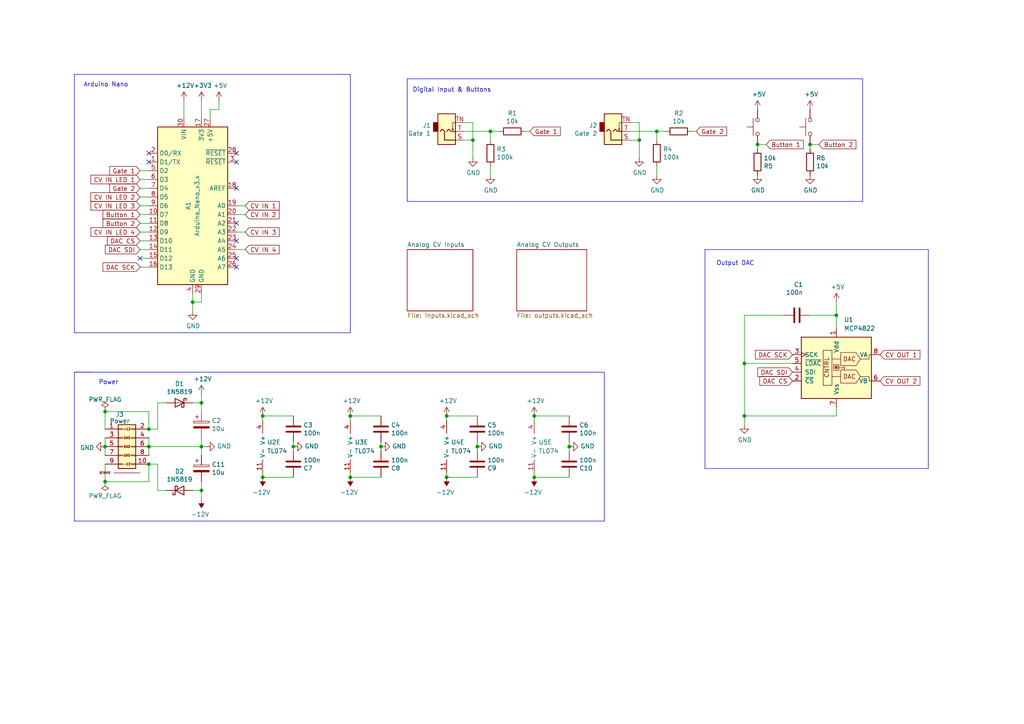
<source format=kicad_sch>
(kicad_sch (version 20231120) (generator "eeschema") (generator_version "8.0")
  (paper "A4")
  (title_block (title "Fluid") (date "2024-08-14") (rev "v0.1") (company "AWSM") (comment 1 "Adam Wonak"))
  (lib_symbols
    (symbol "Analog_DAC:MCP4822" (pin_names (offset 1.016))
      (property "Reference" "U" (at -2.54 10.795 0))
      (property "Value" "MCP4822" (at -2.54 8.89 0))
      (symbol "MCP4822_0_0"
        (polyline (pts (xy 0 -1.778) (xy 0 -0.635)))
        (polyline (pts (xy 0.381 -0.889) (xy 0.508 -0.762)))
        (polyline (pts (xy 2.286 -1.143) (xy 2.286 -1.905)))
        (polyline (pts (xy 0.381 -0.889) (xy -0.381 -0.889) (xy -0.508 -1.016)))
        (polyline (pts (xy 0.762 -1.27) (xy 2.286 -1.27) (xy 2.286 -0.762)))
        (polyline (pts (xy 0 -0.889) (xy 0.508 -1.397) (xy -0.508 -1.397) (xy 0 -0.889)))
        (polyline (pts (xy 6.985 -3.81) (xy 9.525 -3.81) (xy 9.525 -5.08) (xy 10.16 -5.08)))
        (polyline (pts (xy 6.985 1.27) (xy 9.525 1.27) (xy 9.525 2.54) (xy 10.16 2.54)))
        (rectangle (start 0.762 -0.381) (end -0.762 -2.032))
        (text "CNTRL" (at -2.032 -4.191 900) (effects (font (size 1.27 1.27)) (justify left bottom)))
        (text "DAC" (at 3.81 -3.81 0) (effects (font (size 1.27 1.27))))
        (text "DAC" (at 3.81 1.27 0) (effects (font (size 1.27 1.27))))
      )
      (symbol "MCP4822_0_1"
        (rectangle (start -10.16 7.62) (end 10.16 -10.16) (stroke (width 0.254)) (fill (type background)))
        (rectangle (start -1.27 -6.35) (end -3.81 3.81))
        (polyline (pts (xy 1.27 -3.81) (xy -1.27 -3.81)))
        (polyline (pts (xy 1.27 1.27) (xy -1.27 1.27)))
        (polyline (pts (xy 6.985 -3.81) (xy 5.715 -1.905) (xy 1.27 -1.905) (xy 1.27 -5.715) (xy 5.715 -5.715) (xy 6.985 -3.81)))
        (polyline (pts (xy 6.985 1.27) (xy 5.715 3.175) (xy 1.27 3.175) (xy 1.27 -0.635) (xy 5.715 -0.635) (xy 6.985 1.27)))
      )
      (symbol "MCP4822_1_1"
        (pin power_in line (at 0 10.16 270) (length 2.54) (name "Vdd") (number "1"))
        (pin input line (at -12.7 -5.08 0) (length 2.54) (name "~{CS}") (number "2"))
        (pin input clock (at -12.7 2.54 0) (length 2.54) (name "SCK") (number "3"))
        (pin input line (at -12.7 -2.54 0) (length 2.54) (name "SDI") (number "4"))
        (pin input line (at -12.7 0 0) (length 2.54) (name "~{LDAC}") (number "5"))
        (pin output line (at 12.7 -5.08 180) (length 2.54) (name "VB") (number "6"))
        (pin power_in line (at 0 -12.7 90) (length 2.54) (name "Vss") (number "7"))
        (pin output line (at 12.7 2.54 180) (length 2.54) (name "VA") (number "8"))
      )
    )
    (symbol "Connector:AudioJack2_SwitchT"
      (property "Reference" "J" (at 0 8.89 0))
      (property "Value" "AudioJack2_SwitchT" (at 0 6.35 0))
      (symbol "AudioJack2_SwitchT_0_1"
        (rectangle (start -2.54 0) (end -3.81 -2.54) (stroke (width 0.254)) (fill (type outline)))
        (polyline (pts (xy 1.778 -0.254) (xy 2.032 -0.762)))
        (polyline (pts (xy 0 0) (xy 0.635 -0.635) (xy 1.27 0) (xy 2.54 0)) (stroke (width 0.254)))
        (polyline (pts (xy 2.54 -2.54) (xy 1.778 -2.54) (xy 1.778 -0.254) (xy 1.524 -0.762)))
        (polyline (pts (xy 2.54 2.54) (xy -0.635 2.54) (xy -0.635 0) (xy -1.27 -0.635) (xy -1.905 0)) (stroke (width 0.254)))
        (rectangle (start 2.54 3.81) (end -2.54 -5.08) (stroke (width 0.254)) (fill (type background)))
      )
      (symbol "AudioJack2_SwitchT_1_1"
        (pin passive line (at 5.08 2.54 180) (length 2.54) (name "~") (number "S"))
        (pin passive line (at 5.08 0 180) (length 2.54) (name "~") (number "T"))
        (pin passive line (at 5.08 -2.54 180) (length 2.54) (name "~") (number "TN"))
      )
    )
    (symbol "Device:C" (pin_numbers hide) (pin_names (offset 0.254))
      (property "Reference" "C" (at 0.635 2.54 0))
      (property "Value" "C" (at 0.635 -2.54 0))
      (symbol "C_0_1"
        (polyline (pts (xy -2.032 -0.762) (xy 2.032 -0.762)) (stroke (width 0.508)))
        (polyline (pts (xy -2.032 0.762) (xy 2.032 0.762)) (stroke (width 0.508)))
      )
      (symbol "C_1_1"
        (pin passive line (at 0 3.81 270) (length 2.794) (name "~") (number "1"))
        (pin passive line (at 0 -3.81 90) (length 2.794) (name "~") (number "2"))
      )
    )
    (symbol "Device:C_Polarized" (pin_numbers hide) (pin_names (offset 0.254))
      (property "Reference" "C" (at 0.635 2.54 0))
      (property "Value" "C_Polarized" (at 0.635 -2.54 0))
      (symbol "C_Polarized_0_1"
        (rectangle (start -2.286 0.508) (end 2.286 1.016))
        (polyline (pts (xy -1.778 2.286) (xy -0.762 2.286)))
        (polyline (pts (xy -1.27 2.794) (xy -1.27 1.778)))
        (rectangle (start 2.286 -0.508) (end -2.286 -1.016) (fill (type outline)))
      )
      (symbol "C_Polarized_1_1"
        (pin passive line (at 0 3.81 270) (length 2.794) (name "~") (number "1"))
        (pin passive line (at 0 -3.81 90) (length 2.794) (name "~") (number "2"))
      )
    )
    (symbol "Device:Opamp_Quad"
      (property "Reference" "U" (at 0 5.08 0))
      (property "Value" "Opamp_Quad" (at 0 -5.08 0))
      (symbol "Opamp_Quad_1_1"
        (polyline (pts (xy -5.08 5.08) (xy 5.08 0) (xy -5.08 -5.08) (xy -5.08 5.08)) (stroke (width 0.254)) (fill (type background)))
        (pin output line (at 7.62 0 180) (length 2.54) (name "~") (number "1"))
        (pin input line (at -7.62 -2.54 0) (length 2.54) (name "-") (number "2"))
        (pin input line (at -7.62 2.54 0) (length 2.54) (name "+") (number "3"))
      )
      (symbol "Opamp_Quad_2_1"
        (polyline (pts (xy -5.08 5.08) (xy 5.08 0) (xy -5.08 -5.08) (xy -5.08 5.08)) (stroke (width 0.254)) (fill (type background)))
        (pin input line (at -7.62 2.54 0) (length 2.54) (name "+") (number "5"))
        (pin input line (at -7.62 -2.54 0) (length 2.54) (name "-") (number "6"))
        (pin output line (at 7.62 0 180) (length 2.54) (name "~") (number "7"))
      )
      (symbol "Opamp_Quad_3_1"
        (polyline (pts (xy -5.08 5.08) (xy 5.08 0) (xy -5.08 -5.08) (xy -5.08 5.08)) (stroke (width 0.254)) (fill (type background)))
        (pin input line (at -7.62 2.54 0) (length 2.54) (name "+") (number "10"))
        (pin output line (at 7.62 0 180) (length 2.54) (name "~") (number "8"))
        (pin input line (at -7.62 -2.54 0) (length 2.54) (name "-") (number "9"))
      )
      (symbol "Opamp_Quad_4_1"
        (polyline (pts (xy -5.08 5.08) (xy 5.08 0) (xy -5.08 -5.08) (xy -5.08 5.08)) (stroke (width 0.254)) (fill (type background)))
        (pin input line (at -7.62 2.54 0) (length 2.54) (name "+") (number "12"))
        (pin input line (at -7.62 -2.54 0) (length 2.54) (name "-") (number "13"))
        (pin output line (at 7.62 0 180) (length 2.54) (name "~") (number "14"))
      )
      (symbol "Opamp_Quad_5_1"
        (pin power_in line (at -2.54 -7.62 90) (length 3.81) (name "V-") (number "11"))
        (pin power_in line (at -2.54 7.62 270) (length 3.81) (name "V+") (number "4"))
      )
    )
    (symbol "Device:R" (pin_numbers hide) (pin_names (offset 0))
      (property "Reference" "R" (at 2.032 0 90))
      (property "Value" "R" (at 0 0 90))
      (symbol "R_0_1"
        (rectangle (start -1.016 -2.54) (end 1.016 2.54) (stroke (width 0.254)))
      )
      (symbol "R_1_1"
        (pin passive line (at 0 3.81 270) (length 1.27) (name "~") (number "1"))
        (pin passive line (at 0 -3.81 90) (length 1.27) (name "~") (number "2"))
      )
    )
    (symbol "Diode:1N5817" (pin_numbers hide) (pin_names (offset 1.016) hide)
      (property "Reference" "D" (at 0 2.54 0))
      (property "Value" "1N5817" (at 0 -2.54 0))
      (symbol "1N5817_0_1"
        (polyline (pts (xy 1.27 0) (xy -1.27 0)))
        (polyline (pts (xy 1.27 1.27) (xy 1.27 -1.27) (xy -1.27 0) (xy 1.27 1.27)) (stroke (width 0.254)))
        (polyline (pts (xy -1.905 0.635) (xy -1.905 1.27) (xy -1.27 1.27) (xy -1.27 -1.27) (xy -0.635 -1.27) (xy -0.635 -0.635)) (stroke (width 0.254)))
      )
      (symbol "1N5817_1_1"
        (pin passive line (at -3.81 0 0) (length 2.54) (name "K") (number "1"))
        (pin passive line (at 3.81 0 180) (length 2.54) (name "A") (number "2"))
      )
    )
    (symbol "MCU_Module:Arduino_Nano_v3.x"
      (property "Reference" "A" (at -10.16 23.495 0))
      (property "Value" "Arduino_Nano_v3.x" (at 5.08 -24.13 0))
      (symbol "Arduino_Nano_v3.x_0_1"
        (rectangle (start -10.16 22.86) (end 10.16 -22.86) (stroke (width 0.254)) (fill (type background)))
      )
      (symbol "Arduino_Nano_v3.x_1_1"
        (pin bidirectional line (at -12.7 12.7 0) (length 2.54) (name "D1/TX") (number "1"))
        (pin bidirectional line (at -12.7 -2.54 0) (length 2.54) (name "D7") (number "10"))
        (pin bidirectional line (at -12.7 -5.08 0) (length 2.54) (name "D8") (number "11"))
        (pin bidirectional line (at -12.7 -7.62 0) (length 2.54) (name "D9") (number "12"))
        (pin bidirectional line (at -12.7 -10.16 0) (length 2.54) (name "D10") (number "13"))
        (pin bidirectional line (at -12.7 -12.7 0) (length 2.54) (name "D11") (number "14"))
        (pin bidirectional line (at -12.7 -15.24 0) (length 2.54) (name "D12") (number "15"))
        (pin bidirectional line (at -12.7 -17.78 0) (length 2.54) (name "D13") (number "16"))
        (pin power_out line (at 2.54 25.4 270) (length 2.54) (name "3V3") (number "17"))
        (pin input line (at 12.7 5.08 180) (length 2.54) (name "AREF") (number "18"))
        (pin bidirectional line (at 12.7 0 180) (length 2.54) (name "A0") (number "19"))
        (pin bidirectional line (at -12.7 15.24 0) (length 2.54) (name "D0/RX") (number "2"))
        (pin bidirectional line (at 12.7 -2.54 180) (length 2.54) (name "A1") (number "20"))
        (pin bidirectional line (at 12.7 -5.08 180) (length 2.54) (name "A2") (number "21"))
        (pin bidirectional line (at 12.7 -7.62 180) (length 2.54) (name "A3") (number "22"))
        (pin bidirectional line (at 12.7 -10.16 180) (length 2.54) (name "A4") (number "23"))
        (pin bidirectional line (at 12.7 -12.7 180) (length 2.54) (name "A5") (number "24"))
        (pin bidirectional line (at 12.7 -15.24 180) (length 2.54) (name "A6") (number "25"))
        (pin bidirectional line (at 12.7 -17.78 180) (length 2.54) (name "A7") (number "26"))
        (pin power_out line (at 5.08 25.4 270) (length 2.54) (name "+5V") (number "27"))
        (pin input line (at 12.7 15.24 180) (length 2.54) (name "~{RESET}") (number "28"))
        (pin power_in line (at 2.54 -25.4 90) (length 2.54) (name "GND") (number "29"))
        (pin input line (at 12.7 12.7 180) (length 2.54) (name "~{RESET}") (number "3"))
        (pin power_in line (at -2.54 25.4 270) (length 2.54) (name "VIN") (number "30"))
        (pin power_in line (at 0 -25.4 90) (length 2.54) (name "GND") (number "4"))
        (pin bidirectional line (at -12.7 10.16 0) (length 2.54) (name "D2") (number "5"))
        (pin bidirectional line (at -12.7 7.62 0) (length 2.54) (name "D3") (number "6"))
        (pin bidirectional line (at -12.7 5.08 0) (length 2.54) (name "D4") (number "7"))
        (pin bidirectional line (at -12.7 2.54 0) (length 2.54) (name "D5") (number "8"))
        (pin bidirectional line (at -12.7 0 0) (length 2.54) (name "D6") (number "9"))
      )
    )
    (symbol "PCM_4ms_Connector:Eurorack_Power_10pin_Unshrouded" (pin_names (offset 0.0254) hide)
      (property "Reference" "J" (at 0 3.81 0))
      (property "Value" "Eurorack_Power_10pin_Unshrouded" (at 0 6.35 0))
      (symbol "Eurorack_Power_10pin_Unshrouded_0_0"
        (text "+12" (at 0 1.27 0) (effects (font (size 0.635 0.635))))
        (text "-12" (at 0 -8.89 0) (effects (font (size 0.635 0.635))))
        (text "GND" (at 0 -6.35 0) (effects (font (size 0.635 0.635))))
        (text "GND" (at 0 -3.81 0) (effects (font (size 0.635 0.635))))
        (text "GND" (at 0 -1.27 0) (effects (font (size 0.635 0.635))))
        (text "STRIPE" (at -6.35 -11.43 0) (effects (font (size 0.635 0.635))))
      )
      (symbol "Eurorack_Power_10pin_Unshrouded_0_1"
        (rectangle (start -2.54 -10.16) (end 2.54 2.54) (stroke (width 0.254)) (fill (type background)))
        (rectangle (start -2.54 -8.763) (end -1.27 -9.017))
        (rectangle (start -2.54 -6.223) (end -1.27 -6.477))
        (rectangle (start -2.54 -3.683) (end -1.27 -3.937))
        (rectangle (start -2.54 -1.143) (end -1.27 -1.397))
        (rectangle (start -2.54 1.397) (end -1.27 1.143))
        (polyline (pts (xy -3.81 -11.43) (xy 3.81 -11.43) (xy 1.27 -11.43)))
        (rectangle (start 1.27 -8.763) (end 2.54 -9.017))
        (rectangle (start 1.27 -6.223) (end 2.54 -6.477))
        (rectangle (start 1.27 -3.683) (end 2.54 -3.937))
        (rectangle (start 1.27 -1.143) (end 2.54 -1.397))
        (rectangle (start 1.27 1.397) (end 2.54 1.143))
      )
      (symbol "Eurorack_Power_10pin_Unshrouded_1_1"
        (pin passive line (at -6.35 1.27 0) (length 3.81) (name "+12V") (number "1"))
        (pin passive line (at 6.35 -8.89 180) (length 3.81) (name "-12V") (number "10"))
        (pin passive line (at 6.35 1.27 180) (length 3.81) (name "+12V") (number "2"))
        (pin passive line (at -6.35 -1.27 0) (length 3.81) (name "GND") (number "3"))
        (pin passive line (at 6.35 -1.27 180) (length 3.81) (name "GND") (number "4"))
        (pin passive line (at -6.35 -3.81 0) (length 3.81) (name "GND") (number "5"))
        (pin passive line (at 6.35 -3.81 180) (length 3.81) (name "GND") (number "6"))
        (pin passive line (at -6.35 -6.35 0) (length 3.81) (name "GND") (number "7"))
        (pin passive line (at 6.35 -6.35 180) (length 3.81) (name "GND") (number "8"))
        (pin passive line (at -6.35 -8.89 0) (length 3.81) (name "-12V") (number "9"))
      )
    )
    (symbol "PCM_4ms_Power-symbol:GND" (power) (pin_names (offset 0))
      (property "Value" "GND" (at 0 -3.81 0))
      (symbol "GND_0_1"
        (polyline (pts (xy 0 0) (xy 0 -1.27) (xy 1.27 -1.27) (xy 0 -2.54) (xy -1.27 -1.27) (xy 0 -1.27)))
      )
      (symbol "GND_1_1"
        (pin power_in line (at 0 0 270) (length 0) hide (name "GND") (number "1"))
      )
    )
    (symbol "Switch:SW_Push" (pin_numbers hide) (pin_names (offset 1.016) hide)
      (property "Reference" "SW" (at 1.27 2.54 0))
      (property "Value" "SW_Push" (at 0 -1.524 0))
      (symbol "SW_Push_0_1"
        (circle (center -2.032 0) (radius 0.508))
        (polyline (pts (xy 0 1.27) (xy 0 3.048)))
        (polyline (pts (xy 2.54 1.27) (xy -2.54 1.27)))
        (circle (center 2.032 0) (radius 0.508))
        (pin passive line (at -5.08 0 0) (length 2.54) (name "1") (number "1"))
        (pin passive line (at 5.08 0 180) (length 2.54) (name "2") (number "2"))
      )
    )
    (symbol "power:+12V" (power) (pin_names (offset 0))
      (property "Value" "+12V" (at 0 3.556 0))
      (symbol "+12V_0_1"
        (polyline (pts (xy -0.762 1.27) (xy 0 2.54)))
        (polyline (pts (xy 0 0) (xy 0 2.54)))
        (polyline (pts (xy 0 2.54) (xy 0.762 1.27)))
      )
      (symbol "+12V_1_1"
        (pin power_in line (at 0 0 90) (length 0) hide (name "+12V") (number "1"))
      )
    )
    (symbol "power:+3.3V" (power) (pin_names (offset 0))
      (property "Value" "+3.3V" (at 0 3.556 0))
      (symbol "+3.3V_0_1"
        (polyline (pts (xy -0.762 1.27) (xy 0 2.54)))
        (polyline (pts (xy 0 0) (xy 0 2.54)))
        (polyline (pts (xy 0 2.54) (xy 0.762 1.27)))
      )
      (symbol "+3.3V_1_1"
        (pin power_in line (at 0 0 90) (length 0) hide (name "+3V3") (number "1"))
      )
    )
    (symbol "power:+5V" (power) (pin_names (offset 0))
      (property "Value" "+5V" (at 0 3.556 0))
      (symbol "+5V_0_1"
        (polyline (pts (xy -0.762 1.27) (xy 0 2.54)))
        (polyline (pts (xy 0 0) (xy 0 2.54)))
        (polyline (pts (xy 0 2.54) (xy 0.762 1.27)))
      )
      (symbol "+5V_1_1"
        (pin power_in line (at 0 0 90) (length 0) hide (name "+5V") (number "1"))
      )
    )
    (symbol "power:-12V" (power) (pin_names (offset 0))
      (property "Value" "-12V" (at 0 3.81 0))
      (symbol "-12V_0_0"
        (pin power_in line (at 0 0 90) (length 0) hide (name "-12V") (number "1"))
      )
      (symbol "-12V_0_1"
        (polyline (pts (xy 0 0) (xy 0 1.27) (xy 0.762 1.27) (xy 0 2.54) (xy -0.762 1.27) (xy 0 1.27)) (fill (type outline)))
      )
    )
    (symbol "power:GND" (power) (pin_names (offset 0))
      (property "Value" "GND" (at 0 -3.81 0))
      (symbol "GND_0_1"
        (polyline (pts (xy 0 0) (xy 0 -1.27) (xy 1.27 -1.27) (xy 0 -2.54) (xy -1.27 -1.27) (xy 0 -1.27)))
      )
      (symbol "GND_1_1"
        (pin power_in line (at 0 0 270) (length 0) hide (name "GND") (number "1"))
      )
    )
    (symbol "power:PWR_FLAG" (power) (pin_numbers hide) (pin_names (offset 0) hide)
      (property "Value" "PWR_FLAG" (at 0 3.81 0))
      (symbol "PWR_FLAG_0_0"
        (pin power_out line (at 0 0 90) (length 0) (name "pwr") (number "1"))
      )
      (symbol "PWR_FLAG_0_1"
        (polyline (pts (xy 0 0) (xy 0 1.27) (xy -1.016 1.905) (xy 0 2.54) (xy 1.016 1.905) (xy 0 1.27)))
      )
    )
  )
  (junction (at 142.24 38.1))
  (junction (at 30.48 119.38))
  (junction (at 190.5 38.1))
  (junction (at 76.2 138.43))
  (junction (at 30.48 129.54))
  (junction (at 138.43 129.54))
  (junction (at 85.09 129.54))
  (junction (at 234.95 41.91))
  (junction (at 43.18 124.46))
  (junction (at 165.1 129.54))
  (junction (at 154.94 138.43))
  (junction (at 129.54 138.43))
  (junction (at 55.88 87.63))
  (junction (at 110.49 129.54))
  (junction (at 185.42 40.64))
  (junction (at 58.42 116.84))
  (junction (at 215.9 120.65))
  (junction (at 101.6 138.43))
  (junction (at 58.42 129.54))
  (junction (at 101.6 120.65))
  (junction (at 43.18 129.54))
  (junction (at 129.54 120.65))
  (junction (at 219.71 41.91))
  (junction (at 30.48 139.7))
  (junction (at 76.2 120.65))
  (junction (at 43.18 134.62))
  (junction (at 154.94 120.65))
  (junction (at 242.57 91.44))
  (junction (at 58.42 142.24))
  (junction (at 137.16 40.64))
  (junction (at 215.9 105.41))
  (no_connect (at 68.58 74.93))
  (no_connect (at 68.58 69.85))
  (no_connect (at 43.18 46.99))
  (no_connect (at 68.58 46.99))
  (no_connect (at 68.58 64.77))
  (no_connect (at 68.58 44.45))
  (no_connect (at 40.64 74.93))
  (no_connect (at 43.18 44.45))
  (no_connect (at 68.58 54.61))
  (no_connect (at 68.58 77.47))
  (wire (pts (xy 40.64 54.61) (xy 43.18 54.61)))
  (wire (pts (xy 58.42 34.29) (xy 58.42 29.21)))
  (wire (pts (xy 40.64 64.77) (xy 43.18 64.77)))
  (wire (pts (xy 58.42 129.54) (xy 58.42 132.08)))
  (wire (pts (xy 165.1 130.81) (xy 165.1 129.54)))
  (polyline (pts (xy 118.11 22.86) (xy 118.11 58.42)))
  (wire (pts (xy 110.49 128.27) (xy 110.49 129.54)))
  (polyline (pts (xy 175.26 107.95) (xy 21.59 107.95)))
  (polyline (pts (xy 269.24 72.39) (xy 269.24 135.89)))
  (wire (pts (xy 190.5 38.1) (xy 190.5 40.64)))
  (polyline (pts (xy 101.6 21.59) (xy 101.6 96.52)))
  (polyline (pts (xy 250.19 58.42) (xy 250.19 22.86)))
  (wire (pts (xy 55.88 87.63) (xy 58.42 87.63)))
  (polyline (pts (xy 101.6 96.52) (xy 21.59 96.52)))
  (wire (pts (xy 85.09 129.54) (xy 85.09 130.81)))
  (wire (pts (xy 45.72 134.62) (xy 43.18 134.62)))
  (wire (pts (xy 201.93 38.1) (xy 200.66 38.1)))
  (wire (pts (xy 215.9 105.41) (xy 229.87 105.41)))
  (wire (pts (xy 45.72 116.84) (xy 48.26 116.84)))
  (wire (pts (xy 234.95 91.44) (xy 242.57 91.44)))
  (wire (pts (xy 153.67 38.1) (xy 152.4 38.1)))
  (wire (pts (xy 43.18 124.46) (xy 45.72 124.46)))
  (wire (pts (xy 58.42 114.3) (xy 58.42 116.84)))
  (wire (pts (xy 242.57 120.65) (xy 242.57 118.11)))
  (wire (pts (xy 227.33 91.44) (xy 215.9 91.44)))
  (wire (pts (xy 43.18 134.62) (xy 43.18 139.7)))
  (wire (pts (xy 142.24 38.1) (xy 142.24 40.64)))
  (wire (pts (xy 101.6 120.65) (xy 101.6 121.92)))
  (wire (pts (xy 30.48 124.46) (xy 30.48 119.38)))
  (wire (pts (xy 129.54 138.43) (xy 129.54 137.16)))
  (wire (pts (xy 43.18 129.54) (xy 43.18 127)))
  (wire (pts (xy 30.48 119.38) (xy 43.18 119.38)))
  (wire (pts (xy 53.34 34.29) (xy 53.34 29.21)))
  (polyline (pts (xy 21.59 21.59) (xy 101.6 21.59)))
  (wire (pts (xy 85.09 128.27) (xy 85.09 129.54)))
  (polyline (pts (xy 21.59 21.59) (xy 21.59 96.52)))
  (wire (pts (xy 134.62 40.64) (xy 137.16 40.64)))
  (wire (pts (xy 40.64 52.07) (xy 43.18 52.07)))
  (wire (pts (xy 30.48 129.54) (xy 30.48 132.08)))
  (wire (pts (xy 142.24 48.26) (xy 142.24 50.8)))
  (wire (pts (xy 138.43 129.54) (xy 138.43 130.81)))
  (wire (pts (xy 40.64 57.15) (xy 43.18 57.15)))
  (wire (pts (xy 234.95 41.91) (xy 237.49 41.91)))
  (wire (pts (xy 234.95 43.18) (xy 234.95 41.91)))
  (wire (pts (xy 137.16 40.64) (xy 137.16 45.72)))
  (wire (pts (xy 182.88 38.1) (xy 190.5 38.1)))
  (wire (pts (xy 30.48 127) (xy 30.48 129.54)))
  (wire (pts (xy 190.5 48.26) (xy 190.5 50.8)))
  (wire (pts (xy 58.42 87.63) (xy 58.42 85.09)))
  (wire (pts (xy 40.64 59.69) (xy 43.18 59.69)))
  (wire (pts (xy 215.9 105.41) (xy 215.9 120.65)))
  (wire (pts (xy 63.5 31.75) (xy 63.5 29.21)))
  (wire (pts (xy 68.58 67.31) (xy 71.12 67.31)))
  (wire (pts (xy 68.58 62.23) (xy 71.12 62.23)))
  (wire (pts (xy 40.64 77.47) (xy 43.18 77.47)))
  (wire (pts (xy 129.54 120.65) (xy 129.54 121.92)))
  (polyline (pts (xy 269.24 135.89) (xy 204.47 135.89)))
  (wire (pts (xy 76.2 137.16) (xy 76.2 138.43)))
  (wire (pts (xy 185.42 40.64) (xy 182.88 40.64)))
  (wire (pts (xy 68.58 59.69) (xy 71.12 59.69)))
  (wire (pts (xy 40.64 62.23) (xy 43.18 62.23)))
  (wire (pts (xy 110.49 138.43) (xy 101.6 138.43)))
  (wire (pts (xy 40.64 67.31) (xy 43.18 67.31)))
  (wire (pts (xy 58.42 129.54) (xy 59.69 129.54)))
  (wire (pts (xy 85.09 138.43) (xy 76.2 138.43)))
  (wire (pts (xy 154.94 120.65) (xy 165.1 120.65)))
  (wire (pts (xy 185.42 35.56) (xy 185.42 40.64)))
  (polyline (pts (xy 21.59 107.95) (xy 21.59 151.13)))
  (wire (pts (xy 30.48 134.62) (xy 30.48 139.7)))
  (wire (pts (xy 154.94 120.65) (xy 154.94 121.92)))
  (wire (pts (xy 142.24 38.1) (xy 144.78 38.1)))
  (wire (pts (xy 242.57 91.44) (xy 242.57 95.25)))
  (wire (pts (xy 43.18 132.08) (xy 43.18 129.54)))
  (wire (pts (xy 58.42 142.24) (xy 58.42 139.7)))
  (wire (pts (xy 40.64 72.39) (xy 43.18 72.39)))
  (wire (pts (xy 154.94 138.43) (xy 154.94 137.16)))
  (wire (pts (xy 215.9 120.65) (xy 242.57 120.65)))
  (wire (pts (xy 154.94 138.43) (xy 165.1 138.43)))
  (wire (pts (xy 40.64 69.85) (xy 43.18 69.85)))
  (polyline (pts (xy 21.59 151.13) (xy 175.26 151.13)))
  (wire (pts (xy 45.72 124.46) (xy 45.72 116.84)))
  (wire (pts (xy 138.43 120.65) (xy 129.54 120.65)))
  (wire (pts (xy 43.18 119.38) (xy 43.18 124.46)))
  (wire (pts (xy 110.49 120.65) (xy 101.6 120.65)))
  (wire (pts (xy 185.42 35.56) (xy 182.88 35.56)))
  (wire (pts (xy 215.9 123.19) (xy 215.9 120.65)))
  (polyline (pts (xy 250.19 22.86) (xy 118.11 22.86)))
  (wire (pts (xy 43.18 74.93) (xy 40.64 74.93)))
  (wire (pts (xy 55.88 85.09) (xy 55.88 87.63)))
  (polyline (pts (xy 21.59 107.95) (xy 26.67 107.95)))
  (wire (pts (xy 55.88 116.84) (xy 58.42 116.84)))
  (wire (pts (xy 134.62 38.1) (xy 142.24 38.1)))
  (wire (pts (xy 242.57 87.63) (xy 242.57 91.44)))
  (wire (pts (xy 68.58 72.39) (xy 71.12 72.39)))
  (polyline (pts (xy 175.26 151.13) (xy 175.26 107.95)))
  (wire (pts (xy 193.04 38.1) (xy 190.5 38.1)))
  (wire (pts (xy 30.48 139.7) (xy 43.18 139.7)))
  (wire (pts (xy 134.62 35.56) (xy 137.16 35.56)))
  (wire (pts (xy 138.43 138.43) (xy 129.54 138.43)))
  (wire (pts (xy 138.43 128.27) (xy 138.43 129.54)))
  (wire (pts (xy 48.26 142.24) (xy 45.72 142.24)))
  (wire (pts (xy 76.2 120.65) (xy 76.2 121.92)))
  (wire (pts (xy 60.96 31.75) (xy 63.5 31.75)))
  (wire (pts (xy 222.25 41.91) (xy 219.71 41.91)))
  (wire (pts (xy 85.09 120.65) (xy 76.2 120.65)))
  (wire (pts (xy 58.42 127) (xy 58.42 129.54)))
  (polyline (pts (xy 204.47 72.39) (xy 204.47 135.89)))
  (wire (pts (xy 165.1 129.54) (xy 165.1 128.27)))
  (wire (pts (xy 58.42 142.24) (xy 58.42 144.78)))
  (wire (pts (xy 137.16 35.56) (xy 137.16 40.64)))
  (wire (pts (xy 110.49 129.54) (xy 110.49 130.81)))
  (wire (pts (xy 43.18 129.54) (xy 58.42 129.54)))
  (wire (pts (xy 58.42 116.84) (xy 58.42 119.38)))
  (wire (pts (xy 101.6 137.16) (xy 101.6 138.43)))
  (wire (pts (xy 185.42 40.64) (xy 185.42 45.72)))
  (wire (pts (xy 55.88 142.24) (xy 58.42 142.24)))
  (wire (pts (xy 60.96 34.29) (xy 60.96 31.75)))
  (wire (pts (xy 45.72 142.24) (xy 45.72 134.62)))
  (wire (pts (xy 55.88 87.63) (xy 55.88 90.17)))
  (wire (pts (xy 215.9 91.44) (xy 215.9 105.41)))
  (wire (pts (xy 40.64 49.53) (xy 43.18 49.53)))
  (polyline (pts (xy 204.47 72.39) (xy 269.24 72.39)))
  (polyline (pts (xy 118.11 58.42) (xy 250.19 58.42)))
  (wire (pts (xy 219.71 41.91) (xy 219.71 43.18)))
  (text "Arduino Nano\n" (at 30.734 24.638 0) (effects (font (size 1.27 1.27))))
  (text "Output DAC" (at 207.772 76.454 0) (effects (font (size 1.27 1.27)) (justify left)))
  (text "Power" (at 31.496 110.998 0) (effects (font (size 1.27 1.27))))
  (text "Digital Input & Buttons" (at 131.064 26.162 0) (effects (font (size 1.27 1.27))))
  (global_label "DAC SDI" (shape input) (at 229.87 107.95 180) (property "Intersheetrefs" "${INTERSHEET_REFS}" (effects (hide yes))))
  (global_label "Gate 2" (shape input) (at 40.64 54.61 180) (property "Intersheetrefs" "${INTERSHEET_REFS}" (effects (hide yes))))
  (global_label "CV OUT 2" (shape input) (at 255.27 110.49 0) (property "Intersheetrefs" "${INTERSHEET_REFS}" (effects (hide yes))))
  (global_label "Button 1" (shape input) (at 40.64 62.23 180) (property "Intersheetrefs" "${INTERSHEET_REFS}" (effects (hide yes))))
  (global_label "CV IN LED 2" (shape input) (at 40.64 57.15 180) (property "Intersheetrefs" "${INTERSHEET_REFS}" (effects (hide yes))))
  (global_label "DAC SDI" (shape input) (at 40.64 72.39 180) (property "Intersheetrefs" "${INTERSHEET_REFS}" (effects (hide yes))))
  (global_label "DAC SCK" (shape input) (at 40.64 77.47 180) (property "Intersheetrefs" "${INTERSHEET_REFS}" (effects (hide yes))))
  (global_label "Gate 1" (shape input) (at 40.64 49.53 180) (property "Intersheetrefs" "${INTERSHEET_REFS}" (effects (hide yes))))
  (global_label "CV IN 4" (shape input) (at 71.12 72.39 0) (property "Intersheetrefs" "${INTERSHEET_REFS}" (effects (hide yes))))
  (global_label "CV IN LED 4" (shape input) (at 40.64 67.31 180) (property "Intersheetrefs" "${INTERSHEET_REFS}" (effects (hide yes))))
  (global_label "Gate 2" (shape input) (at 201.93 38.1 0) (property "Intersheetrefs" "${INTERSHEET_REFS}" (effects (hide yes))))
  (global_label "Button 2" (shape input) (at 40.64 64.77 180) (property "Intersheetrefs" "${INTERSHEET_REFS}" (effects (hide yes))))
  (global_label "CV IN LED 1" (shape input) (at 40.64 52.07 180) (property "Intersheetrefs" "${INTERSHEET_REFS}" (effects (hide yes))))
  (global_label "Button 1" (shape input) (at 222.25 41.91 0) (property "Intersheetrefs" "${INTERSHEET_REFS}" (effects (hide yes))))
  (global_label "Gate 1" (shape input) (at 153.67 38.1 0) (property "Intersheetrefs" "${INTERSHEET_REFS}" (effects (hide yes))))
  (global_label "CV IN LED 3" (shape input) (at 40.64 59.69 180) (property "Intersheetrefs" "${INTERSHEET_REFS}" (effects (hide yes))))
  (global_label "CV IN 3" (shape input) (at 71.12 67.31 0) (property "Intersheetrefs" "${INTERSHEET_REFS}" (effects (hide yes))))
  (global_label "CV IN 2" (shape input) (at 71.12 62.23 0) (property "Intersheetrefs" "${INTERSHEET_REFS}" (effects (hide yes))))
  (global_label "DAC CS" (shape input) (at 229.87 110.49 180) (property "Intersheetrefs" "${INTERSHEET_REFS}" (effects (hide yes))))
  (global_label "CV OUT 1" (shape input) (at 255.27 102.87 0) (property "Intersheetrefs" "${INTERSHEET_REFS}" (effects (hide yes))))
  (global_label "CV IN 1" (shape input) (at 71.12 59.69 0) (property "Intersheetrefs" "${INTERSHEET_REFS}" (effects (hide yes))))
  (global_label "Button 2" (shape input) (at 237.49 41.91 0) (property "Intersheetrefs" "${INTERSHEET_REFS}" (effects (hide yes))))
  (global_label "DAC CS" (shape input) (at 40.64 69.85 180) (property "Intersheetrefs" "${INTERSHEET_REFS}" (effects (hide yes))))
  (global_label "DAC SCK" (shape input) (at 229.87 102.87 180) (property "Intersheetrefs" "${INTERSHEET_REFS}" (effects (hide yes))))
  (symbol (lib_id "power:GND") (at 190.5 50.8 0) (unit 1)
    (property "Reference" "#PWR09" (effects (hide yes)))
    (property "Value" "GND" (at 190.627 55.1942 0))
  )
  (symbol (lib_id "Device:C") (at 165.1 134.62 0) (mirror y) (unit 1)
    (property "Reference" "C10" (at 168.021 135.7884 0) (effects (justify right)))
    (property "Value" "100n" (at 168.021 133.477 0) (effects (justify right)))
    (property "Footprint" "Capacitor_SMD:C_0402_1005Metric" (effects (hide yes)))
    (property "LCSC" "C1525" (effects (hide yes)))
  )
  (symbol (lib_id "power:+5V") (at 234.95 31.75 0) (unit 1)
    (property "Reference" "#PWR05" (effects (hide yes)))
    (property "Value" "+5V" (at 235.331 27.3558 0))
  )
  (symbol (lib_id "power:GND") (at 234.95 50.8 0) (unit 1)
    (property "Reference" "#PWR011" (effects (hide yes)))
    (property "Value" "GND" (at 235.077 55.1942 0))
  )
  (symbol (lib_id "Device:Opamp_Quad") (at 104.14 129.54 0) (unit 5)
    (property "Reference" "U3" (at 102.87 128.2699 0) (effects (justify left)))
    (property "Value" "TL074" (at 102.87 130.8099 0) (effects (justify left)))
    (property "Footprint" "Package_SO:SOIC-14_3.9x8.7mm_P1.27mm" (effects (hide yes)))
    (property "Description" "Quad operational amplifier" (effects (hide yes)))
    (property "Sim.Library" "${KICAD7_SYMBOL_DIR}/Simulation_SPICE.sp" (effects (hide yes)))
    (property "Sim.Name" "kicad_builtin_opamp_quad" (effects (hide yes)))
    (property "Sim.Device" "SUBCKT" (effects (hide yes)))
    (property "Sim.Pins" "1=out1 2=in1- 3=in1+ 4=vcc 5=in2+ 6=in2- 7=out2 8=out3 9=in3- 10=in3+ 11=vee 12=in4+ 13=in4- 14=out4" (effects (hide yes)))
    (property "LCSC" "C6963" (effects (hide yes)))
  )
  (symbol (lib_id "Device:R") (at 196.85 38.1 90) (mirror x) (unit 1)
    (property "Reference" "R2" (at 196.85 32.8422 90))
    (property "Value" "10k" (at 196.85 35.1536 90))
    (property "Footprint" "Resistor_SMD:R_0402_1005Metric" (effects (hide yes)))
    (property "LCSC" "C25744" (effects (hide yes)))
  )
  (symbol (lib_id "power:GND") (at 142.24 50.8 0) (unit 1)
    (property "Reference" "#PWR08" (effects (hide yes)))
    (property "Value" "GND" (at 142.367 55.1942 0))
  )
  (symbol (lib_id "power:+12V") (at 58.42 114.3 0) (unit 1)
    (property "Reference" "#PWR014" (effects (hide yes)))
    (property "Value" "+12V" (at 58.801 109.9058 0))
  )
  (symbol (lib_id "Device:C") (at 110.49 124.46 180) (unit 1)
    (property "Reference" "C4" (at 113.411 123.2916 0) (effects (justify right)))
    (property "Value" "100n" (at 113.411 125.603 0) (effects (justify right)))
    (property "Footprint" "Capacitor_SMD:C_0402_1005Metric" (effects (hide yes)))
    (property "LCSC" "C1525" (effects (hide yes)))
  )
  (symbol (lib_id "Connector:AudioJack2_SwitchT") (at 177.8 38.1 0) (mirror x) (unit 1)
    (property "Reference" "J2" (at 173.228 36.3982 0) (effects (justify right)))
    (property "Value" "Gate 2" (at 173.228 38.7096 0) (effects (justify right)))
    (property "Footprint" "PJ398SM:Jack_3.5mm_QingPu_WQP-PJ398SM_Vertical_CircularHoles_3dModel" (effects (hide yes)))
  )
  (symbol (lib_id "power:-12V") (at 58.42 144.78 180) (unit 1)
    (property "Reference" "#PWR030" (effects (hide yes)))
    (property "Value" "-12V" (at 58.039 149.1742 0))
  )
  (symbol (lib_id "Device:C") (at 110.49 134.62 0) (mirror y) (unit 1)
    (property "Reference" "C8" (at 113.411 135.7884 0) (effects (justify right)))
    (property "Value" "100n" (at 113.411 133.477 0) (effects (justify right)))
    (property "Footprint" "Capacitor_SMD:C_0402_1005Metric" (effects (hide yes)))
    (property "LCSC" "C1525" (effects (hide yes)))
  )
  (symbol (lib_id "Device:C") (at 165.1 124.46 180) (unit 1)
    (property "Reference" "C6" (at 168.021 123.2916 0) (effects (justify right)))
    (property "Value" "100n" (at 168.021 125.603 0) (effects (justify right)))
    (property "Footprint" "Capacitor_SMD:C_0402_1005Metric" (effects (hide yes)))
    (property "LCSC" "C1525" (effects (hide yes)))
  )
  (symbol (lib_id "Device:C") (at 85.09 134.62 0) (mirror y) (unit 1)
    (property "Reference" "C7" (at 88.011 135.7884 0) (effects (justify right)))
    (property "Value" "100n" (at 88.011 133.477 0) (effects (justify right)))
    (property "Footprint" "Capacitor_SMD:C_0402_1005Metric" (effects (hide yes)))
    (property "LCSC" "C1525" (effects (hide yes)))
  )
  (symbol (lib_id "power:+12V") (at 53.34 29.21 0) (unit 1)
    (property "Reference" "#PWR01" (effects (hide yes)))
    (property "Value" "+12V" (at 53.721 24.8158 0))
  )
  (symbol (lib_id "power:-12V") (at 129.54 138.43 180) (unit 1)
    (property "Reference" "#PWR028" (effects (hide yes)))
    (property "Value" "-12V" (at 129.159 142.8242 0))
  )
  (symbol (lib_id "Device:R") (at 219.71 46.99 0) (mirror y) (unit 1)
    (property "Reference" "R5" (at 221.488 48.1584 0) (effects (justify right)))
    (property "Value" "10k" (at 221.488 45.847 0) (effects (justify right)))
    (property "Footprint" "Resistor_SMD:R_0402_1005Metric" (effects (hide yes)))
    (property "LCSC" "C25744" (effects (hide yes)))
  )
  (symbol (lib_id "Device:R") (at 148.59 38.1 270) (unit 1)
    (property "Reference" "R1" (at 148.59 32.8422 90))
    (property "Value" "10k" (at 148.59 35.1536 90))
    (property "Footprint" "Resistor_SMD:R_0402_1005Metric" (effects (hide yes)))
    (property "LCSC" "C25744" (effects (hide yes)))
  )
  (symbol (lib_id "power:-12V") (at 76.2 138.43 180) (unit 1)
    (property "Reference" "#PWR026" (effects (hide yes)))
    (property "Value" "-12V" (at 75.819 142.8242 0))
  )
  (symbol (lib_id "Device:C") (at 85.09 124.46 180) (unit 1)
    (property "Reference" "C3" (at 88.011 123.2916 0) (effects (justify right)))
    (property "Value" "100n" (at 88.011 125.603 0) (effects (justify right)))
    (property "Footprint" "Capacitor_SMD:C_0402_1005Metric" (effects (hide yes)))
    (property "LCSC" "C1525" (effects (hide yes)))
  )
  (symbol (lib_id "Analog_DAC:MCP4822") (at 242.57 105.41 0) (unit 1)
    (property "Reference" "U1" (at 244.7641 92.71 0) (effects (justify left)))
    (property "Value" "MCP4822" (at 244.7641 95.25 0) (effects (justify left)))
    (property "Footprint" "Package_SO:SOIC-8_3.9x4.9mm_P1.27mm" (effects (hide yes)))
    (property "Datasheet" "http://ww1.microchip.com/downloads/en/DeviceDoc/20002249B.pdf" (effects (hide yes)))
    (property "Description" "2-Channel 12-Bit D/A Converters with SPI Interface and Internal Reference (2.048V)" (effects (hide yes)))
    (property "LCSC" "C16040" (effects (hide yes)))
  )
  (symbol (lib_id "power:GND") (at 215.9 123.19 0) (unit 1)
    (property "Reference" "#PWR019" (effects (hide yes)))
    (property "Value" "GND" (at 216.027 127.5842 0))
  )
  (symbol (lib_id "power:+5V") (at 242.57 87.63 0) (unit 1)
    (property "Reference" "#PWR012" (effects (hide yes)))
    (property "Value" "+5V" (at 242.951 83.2358 0))
  )
  (symbol (lib_id "Device:R") (at 190.5 44.45 180) (unit 1)
    (property "Reference" "R4" (at 192.278 43.2816 0) (effects (justify right)))
    (property "Value" "100k" (at 192.278 45.593 0) (effects (justify right)))
    (property "Footprint" "Resistor_SMD:R_0402_1005Metric" (effects (hide yes)))
    (property "LCSC" "C25741" (effects (hide yes)))
  )
  (symbol (lib_id "Device:R") (at 142.24 44.45 180) (unit 1)
    (property "Reference" "R3" (at 144.018 43.2816 0) (effects (justify right)))
    (property "Value" "100k" (at 144.018 45.593 0) (effects (justify right)))
    (property "Footprint" "Resistor_SMD:R_0402_1005Metric" (effects (hide yes)))
    (property "LCSC" "C25741" (effects (hide yes)))
  )
  (symbol (lib_id "power:GND") (at 185.42 45.72 0) (unit 1)
    (property "Reference" "#PWR07" (effects (hide yes)))
    (property "Value" "GND" (at 185.547 50.1142 0))
  )
  (symbol (lib_id "power:GND") (at 219.71 50.8 0) (unit 1)
    (property "Reference" "#PWR010" (effects (hide yes)))
    (property "Value" "GND" (at 219.837 55.1942 0))
  )
  (symbol (lib_id "power:+12V") (at 101.6 120.65 0) (unit 1)
    (property "Reference" "#PWR016" (effects (hide yes)))
    (property "Value" "+12V" (at 101.981 116.2558 0))
  )
  (symbol (lib_id "power:-12V") (at 154.94 138.43 180) (unit 1)
    (property "Reference" "#PWR029" (effects (hide yes)))
    (property "Value" "-12V" (at 154.559 142.8242 0))
  )
  (symbol (lib_id "Connector:AudioJack2_SwitchT") (at 129.54 38.1 0) (mirror x) (unit 1)
    (property "Reference" "J1" (at 124.968 36.3982 0) (effects (justify right)))
    (property "Value" "Gate 1" (at 124.968 38.7096 0) (effects (justify right)))
    (property "Footprint" "PJ398SM:Jack_3.5mm_QingPu_WQP-PJ398SM_Vertical_CircularHoles_3dModel" (effects (hide yes)))
  )
  (symbol (lib_id "PCM_4ms_Power-symbol:GND") (at 30.48 129.54 270) (unit 1)
    (property "Reference" "#PWR020" (effects (hide yes)))
    (property "Value" "GND" (at 27.3051 129.8568 90) (effects (justify right)))
  )
  (symbol (lib_id "Device:Opamp_Quad") (at 132.08 129.54 0) (unit 5)
    (property "Reference" "U4" (at 130.81 128.2699 0) (effects (justify left)))
    (property "Value" "TL074" (at 130.81 130.8099 0) (effects (justify left)))
    (property "Footprint" "Package_SO:SOIC-14_3.9x8.7mm_P1.27mm" (effects (hide yes)))
    (property "Description" "Quad operational amplifier" (effects (hide yes)))
    (property "Sim.Library" "${KICAD7_SYMBOL_DIR}/Simulation_SPICE.sp" (effects (hide yes)))
    (property "Sim.Name" "kicad_builtin_opamp_quad" (effects (hide yes)))
    (property "Sim.Device" "SUBCKT" (effects (hide yes)))
    (property "Sim.Pins" "1=out1 2=in1- 3=in1+ 4=vcc 5=in2+ 6=in2- 7=out2 8=out3 9=in3- 10=in3+ 11=vee 12=in4+ 13=in4- 14=out4" (effects (hide yes)))
    (property "LCSC" "C6963" (effects (hide yes)))
  )
  (symbol (lib_id "Device:C_Polarized") (at 58.42 123.19 0) (unit 1)
    (property "Reference" "C2" (at 61.4172 122.0216 0) (effects (justify left)))
    (property "Value" "10u" (at 61.4172 124.333 0) (effects (justify left)))
    (property "Footprint" "Capacitor_Tantalum_SMD:CP_EIA-3216-18_Kemet-A" (effects (hide yes)))
    (property "LCSC" "C7171" (effects (hide yes)))
  )
  (symbol (lib_id "PCM_4ms_Connector:Eurorack_Power_10pin_Unshrouded") (at 36.83 125.73 0) (unit 1)
    (property "Reference" "J3" (at 34.7332 120.1801 0))
    (property "Value" "Power" (at 34.7332 122.1011 0))
    (property "Footprint" "4ms_Connector:Pins_2x05_2.54mm_TH_EurorackPower" (effects (hide yes)))
  )
  (symbol (lib_id "power:+3.3V") (at 58.42 29.21 0) (unit 1)
    (property "Reference" "#PWR02" (effects (hide yes)))
    (property "Value" "+3V3" (at 58.801 24.8158 0))
  )
  (symbol (lib_id "Device:C_Polarized") (at 58.42 135.89 0) (unit 1)
    (property "Reference" "C11" (at 61.4172 134.7216 0) (effects (justify left)))
    (property "Value" "10u" (at 61.4172 137.033 0) (effects (justify left)))
    (property "Footprint" "Capacitor_Tantalum_SMD:CP_EIA-3216-18_Kemet-A" (effects (hide yes)))
    (property "LCSC" "C7171" (effects (hide yes)))
  )
  (symbol (lib_id "Device:R") (at 234.95 46.99 180) (unit 1)
    (property "Reference" "R6" (at 236.728 45.8216 0) (effects (justify right)))
    (property "Value" "10k" (at 236.728 48.133 0) (effects (justify right)))
    (property "Footprint" "Resistor_SMD:R_0402_1005Metric" (effects (hide yes)))
    (property "LCSC" "C25744" (effects (hide yes)))
  )
  (symbol (lib_id "power:GND") (at 110.49 129.54 90) (unit 1)
    (property "Reference" "#PWR023" (effects (hide yes)))
    (property "Value" "GND" (at 113.7412 129.413 90) (effects (justify right)))
  )
  (symbol (lib_id "MCU_Module:Arduino_Nano_v3.x") (at 55.88 59.69 0) (unit 1)
    (property "Reference" "A1" (at 54.61 59.69 90))
    (property "Value" "Arduino_Nano_v3.x" (at 57.15 59.69 90))
    (property "Footprint" "Module:Arduino_Nano" (effects (hide yes)))
    (property "Datasheet" "http://www.mouser.com/pdfdocs/Gravitech_Arduino_Nano3_0.pdf" (effects (hide yes)))
  )
  (symbol (lib_id "power:+12V") (at 76.2 120.65 0) (unit 1)
    (property "Reference" "#PWR015" (effects (hide yes)))
    (property "Value" "+12V" (at 76.581 116.2558 0))
  )
  (symbol (lib_id "Device:Opamp_Quad") (at 157.48 129.54 0) (unit 5)
    (property "Reference" "U5" (at 156.21 128.2699 0) (effects (justify left)))
    (property "Value" "TL074" (at 156.21 130.8099 0) (effects (justify left)))
    (property "Footprint" "Package_SO:SOIC-14_3.9x8.7mm_P1.27mm" (effects (hide yes)))
    (property "Description" "Quad operational amplifier" (effects (hide yes)))
    (property "Sim.Library" "${KICAD7_SYMBOL_DIR}/Simulation_SPICE.sp" (effects (hide yes)))
    (property "Sim.Name" "kicad_builtin_opamp_quad" (effects (hide yes)))
    (property "Sim.Device" "SUBCKT" (effects (hide yes)))
    (property "Sim.Pins" "1=out1 2=in1- 3=in1+ 4=vcc 5=in2+ 6=in2- 7=out2 8=out3 9=in3- 10=in3+ 11=vee 12=in4+ 13=in4- 14=out4" (effects (hide yes)))
    (property "LCSC" "C6963" (effects (hide yes)))
  )
  (symbol (lib_id "Device:C") (at 138.43 124.46 180) (unit 1)
    (property "Reference" "C5" (at 141.351 123.2916 0) (effects (justify right)))
    (property "Value" "100n" (at 141.351 125.603 0) (effects (justify right)))
    (property "Footprint" "Capacitor_SMD:C_0402_1005Metric" (effects (hide yes)))
    (property "LCSC" "C1525" (effects (hide yes)))
  )
  (symbol (lib_id "power:+12V") (at 154.94 120.65 0) (unit 1)
    (property "Reference" "#PWR018" (effects (hide yes)))
    (property "Value" "+12V" (at 155.321 116.2558 0))
  )
  (symbol (lib_id "power:PWR_FLAG") (at 30.48 119.38 0) (unit 1)
    (property "Reference" "#FLG01" (effects (hide yes)))
    (property "Value" "PWR_FLAG" (at 30.48 115.8781 0))
  )
  (symbol (lib_id "power:GND") (at 137.16 45.72 0) (unit 1)
    (property "Reference" "#PWR06" (effects (hide yes)))
    (property "Value" "GND" (at 137.287 50.1142 0))
  )
  (symbol (lib_id "Switch:SW_Push") (at 234.95 36.83 90) (unit 1)
    (property "Reference" "SW2" (effects (hide yes)))
    (property "Value" "Button" (effects (hide yes)))
    (property "Footprint" "Button_Switch_THT:SW_PUSH_6mm" (effects (hide yes)))
  )
  (symbol (lib_id "Device:C") (at 138.43 134.62 0) (mirror y) (unit 1)
    (property "Reference" "C9" (at 141.351 135.7884 0) (effects (justify right)))
    (property "Value" "100n" (at 141.351 133.477 0) (effects (justify right)))
    (property "Footprint" "Capacitor_SMD:C_0402_1005Metric" (effects (hide yes)))
    (property "LCSC" "C1525" (effects (hide yes)))
  )
  (symbol (lib_id "power:GND") (at 55.88 90.17 0) (unit 1)
    (property "Reference" "#PWR013" (effects (hide yes)))
    (property "Value" "GND" (at 56.007 94.5642 0))
  )
  (symbol (lib_id "Device:C") (at 231.14 91.44 270) (unit 1)
    (property "Reference" "C1" (at 232.918 82.5246 90) (effects (justify right)))
    (property "Value" "100n" (at 232.918 84.836 90) (effects (justify right)))
    (property "Footprint" "Capacitor_SMD:C_0402_1005Metric" (effects (hide yes)))
    (property "LCSC" "C1525" (effects (hide yes)))
  )
  (symbol (lib_id "Diode:1N5817") (at 52.07 142.24 0) (mirror x) (unit 1)
    (property "Reference" "D2" (at 52.07 136.7282 0))
    (property "Value" "1N5819" (at 52.07 139.0396 0))
    (property "Footprint" "Diode_SMD:D_SOD-323" (effects (hide yes)))
    (property "Datasheet" "http://www.vishay.com/docs/88525/1n5817.pdf" (effects (hide yes)))
    (property "LCSC" "C191023" (effects (hide yes)))
  )
  (symbol (lib_id "power:GND") (at 165.1 129.54 90) (unit 1)
    (property "Reference" "#PWR025" (effects (hide yes)))
    (property "Value" "GND" (at 168.3512 129.413 90) (effects (justify right)))
  )
  (symbol (lib_id "power:+12V") (at 129.54 120.65 0) (unit 1)
    (property "Reference" "#PWR017" (effects (hide yes)))
    (property "Value" "+12V" (at 129.921 116.2558 0))
  )
  (symbol (lib_id "power:+5V") (at 219.71 31.75 0) (unit 1)
    (property "Reference" "#PWR04" (effects (hide yes)))
    (property "Value" "+5V" (at 220.091 27.3558 0))
  )
  (symbol (lib_id "Device:Opamp_Quad") (at 78.74 129.54 0) (unit 5)
    (property "Reference" "U2" (at 77.47 128.2699 0) (effects (justify left)))
    (property "Value" "TL074" (at 77.47 130.8099 0) (effects (justify left)))
    (property "Footprint" "Package_SO:SOIC-14_3.9x8.7mm_P1.27mm" (effects (hide yes)))
    (property "Description" "Quad operational amplifier" (effects (hide yes)))
    (property "Sim.Library" "${KICAD7_SYMBOL_DIR}/Simulation_SPICE.sp" (effects (hide yes)))
    (property "Sim.Name" "kicad_builtin_opamp_quad" (effects (hide yes)))
    (property "Sim.Device" "SUBCKT" (effects (hide yes)))
    (property "Sim.Pins" "1=out1 2=in1- 3=in1+ 4=vcc 5=in2+ 6=in2- 7=out2 8=out3 9=in3- 10=in3+ 11=vee 12=in4+ 13=in4- 14=out4" (effects (hide yes)))
    (property "LCSC" "C6963" (effects (hide yes)))
  )
  (symbol (lib_id "power:GND") (at 85.09 129.54 90) (unit 1)
    (property "Reference" "#PWR022" (effects (hide yes)))
    (property "Value" "GND" (at 88.3412 129.413 90) (effects (justify right)))
  )
  (symbol (lib_id "Switch:SW_Push") (at 219.71 36.83 90) (unit 1)
    (property "Reference" "SW1" (effects (hide yes)))
    (property "Value" "Button" (effects (hide yes)))
    (property "Footprint" "Button_Switch_THT:SW_PUSH_6mm" (effects (hide yes)))
  )
  (symbol (lib_id "power:-12V") (at 101.6 138.43 180) (unit 1)
    (property "Reference" "#PWR027" (effects (hide yes)))
    (property "Value" "-12V" (at 101.219 142.8242 0))
  )
  (symbol (lib_id "power:GND") (at 138.43 129.54 90) (unit 1)
    (property "Reference" "#PWR024" (effects (hide yes)))
    (property "Value" "GND" (at 141.6812 129.413 90) (effects (justify right)))
  )
  (symbol (lib_id "power:+5V") (at 63.5 29.21 0) (unit 1)
    (property "Reference" "#PWR03" (effects (hide yes)))
    (property "Value" "+5V" (at 63.881 24.8158 0))
  )
  (symbol (lib_id "power:GND") (at 59.69 129.54 90) (unit 1)
    (property "Reference" "#PWR021" (effects (hide yes)))
    (property "Value" "GND" (at 62.9412 129.413 90) (effects (justify right)))
  )
  (symbol (lib_id "Diode:1N5817") (at 52.07 116.84 0) (mirror y) (unit 1)
    (property "Reference" "D1" (at 52.07 111.3282 0))
    (property "Value" "1N5819" (at 52.07 113.6396 0))
    (property "Footprint" "Diode_SMD:D_SOD-323" (effects (hide yes)))
    (property "Datasheet" "http://www.vishay.com/docs/88525/1n5817.pdf" (effects (hide yes)))
    (property "LCSC" "C191023" (effects (hide yes)))
  )
  (symbol (lib_id "power:PWR_FLAG") (at 30.48 139.7 180) (unit 1)
    (property "Reference" "#FLG02" (effects (hide yes)))
    (property "Value" "PWR_FLAG" (at 30.48 143.8355 0))
  )
  (sheet (at 149.86 72.39) (size 20.32 17.78) (stroke (width 0.1524))
    (property "Sheetname" "Analog CV Outputs" (at 149.86 71.6784 0) (effects (justify left bottom)))
    (property "Sheetfile" "outputs.kicad_sch" (at 149.86 90.7546 0) (effects (justify left top)))
  )
  (sheet (at 118.11 72.39) (size 19.05 17.78) (stroke (width 0.1524))
    (property "Sheetname" "Analog CV Inputs" (at 118.11 71.6784 0) (effects (justify left bottom)))
    (property "Sheetfile" "inputs.kicad_sch" (at 118.11 90.7546 0) (effects (justify left top)))
  )
)
</source>
